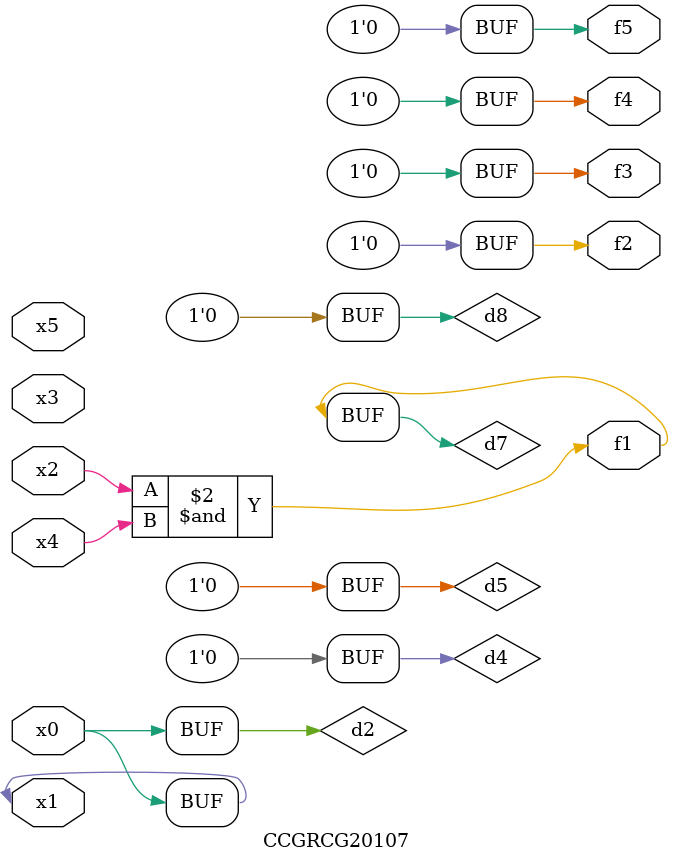
<source format=v>
module CCGRCG20107(
	input x0, x1, x2, x3, x4, x5,
	output f1, f2, f3, f4, f5
);

	wire d1, d2, d3, d4, d5, d6, d7, d8, d9;

	nand (d1, x1);
	buf (d2, x0, x1);
	nand (d3, x2, x4);
	and (d4, d1, d2);
	and (d5, d1, d2);
	nand (d6, d1, d3);
	not (d7, d3);
	xor (d8, d5);
	nor (d9, d5, d6);
	assign f1 = d7;
	assign f2 = d8;
	assign f3 = d8;
	assign f4 = d8;
	assign f5 = d8;
endmodule

</source>
